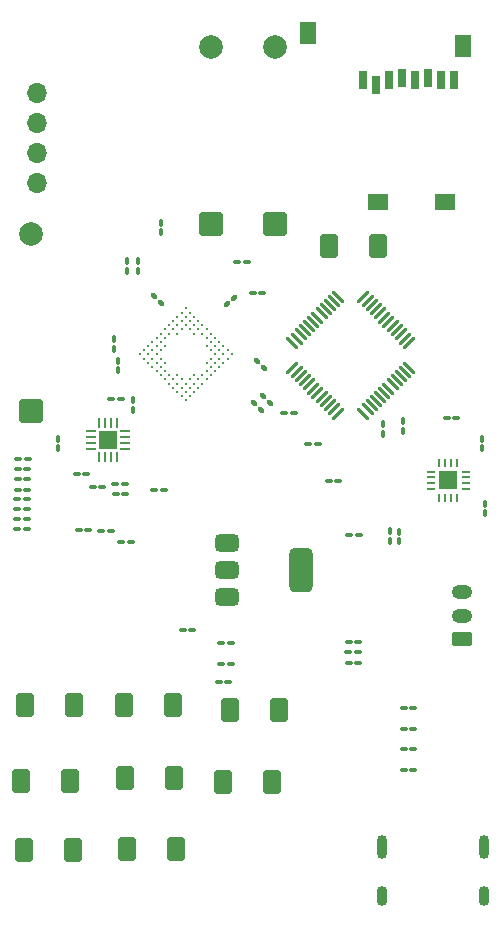
<source format=gbr>
%TF.GenerationSoftware,KiCad,Pcbnew,9.0.6*%
%TF.CreationDate,2025-12-23T23:32:32-06:00*%
%TF.ProjectId,Tony's MP3 Player,546f6e79-2773-4204-9d50-3320506c6179,rev?*%
%TF.SameCoordinates,Original*%
%TF.FileFunction,Soldermask,Top*%
%TF.FilePolarity,Negative*%
%FSLAX46Y46*%
G04 Gerber Fmt 4.6, Leading zero omitted, Abs format (unit mm)*
G04 Created by KiCad (PCBNEW 9.0.6) date 2025-12-23 23:32:32*
%MOMM*%
%LPD*%
G01*
G04 APERTURE LIST*
G04 Aperture macros list*
%AMRoundRect*
0 Rectangle with rounded corners*
0 $1 Rounding radius*
0 $2 $3 $4 $5 $6 $7 $8 $9 X,Y pos of 4 corners*
0 Add a 4 corners polygon primitive as box body*
4,1,4,$2,$3,$4,$5,$6,$7,$8,$9,$2,$3,0*
0 Add four circle primitives for the rounded corners*
1,1,$1+$1,$2,$3*
1,1,$1+$1,$4,$5*
1,1,$1+$1,$6,$7*
1,1,$1+$1,$8,$9*
0 Add four rect primitives between the rounded corners*
20,1,$1+$1,$2,$3,$4,$5,0*
20,1,$1+$1,$4,$5,$6,$7,0*
20,1,$1+$1,$6,$7,$8,$9,0*
20,1,$1+$1,$8,$9,$2,$3,0*%
%AMHorizOval*
0 Thick line with rounded ends*
0 $1 width*
0 $2 $3 position (X,Y) of the first rounded end (center of the circle)*
0 $4 $5 position (X,Y) of the second rounded end (center of the circle)*
0 Add line between two ends*
20,1,$1,$2,$3,$4,$5,0*
0 Add two circle primitives to create the rounded ends*
1,1,$1,$2,$3*
1,1,$1,$4,$5*%
G04 Aperture macros list end*
%ADD10RoundRect,0.100000X0.100000X-0.217500X0.100000X0.217500X-0.100000X0.217500X-0.100000X-0.217500X0*%
%ADD11RoundRect,0.100000X-0.217500X-0.100000X0.217500X-0.100000X0.217500X0.100000X-0.217500X0.100000X0*%
%ADD12RoundRect,0.250000X0.750000X-0.750000X0.750000X0.750000X-0.750000X0.750000X-0.750000X-0.750000X0*%
%ADD13C,2.000000*%
%ADD14RoundRect,0.100000X-0.100000X0.217500X-0.100000X-0.217500X0.100000X-0.217500X0.100000X0.217500X0*%
%ADD15RoundRect,0.375000X-0.625000X-0.375000X0.625000X-0.375000X0.625000X0.375000X-0.625000X0.375000X0*%
%ADD16RoundRect,0.500000X-0.500000X-1.400000X0.500000X-1.400000X0.500000X1.400000X-0.500000X1.400000X0*%
%ADD17RoundRect,0.287778X-0.489222X-0.714222X0.489222X-0.714222X0.489222X0.714222X-0.489222X0.714222X0*%
%ADD18RoundRect,0.100000X0.217500X0.100000X-0.217500X0.100000X-0.217500X-0.100000X0.217500X-0.100000X0*%
%ADD19RoundRect,0.100000X-0.224506X0.083085X0.083085X-0.224506X0.224506X-0.083085X-0.083085X0.224506X0*%
%ADD20RoundRect,0.100000X0.224506X-0.083085X-0.083085X0.224506X-0.224506X0.083085X0.083085X-0.224506X0*%
%ADD21HorizOval,0.270000X-0.434871X0.434871X0.434871X-0.434871X0*%
%ADD22HorizOval,0.270000X0.434871X0.434871X-0.434871X-0.434871X0*%
%ADD23R,0.280000X0.800000*%
%ADD24R,0.800000X0.280000*%
%ADD25R,1.600000X1.600000*%
%ADD26O,1.701600X1.701600*%
%ADD27R,0.800000X1.500000*%
%ADD28R,1.400000X1.900000*%
%ADD29R,1.800000X1.400000*%
%ADD30C,0.280000*%
%ADD31RoundRect,0.100000X-0.083085X-0.224506X0.224506X0.083085X0.083085X0.224506X-0.224506X-0.083085X0*%
%ADD32RoundRect,0.062500X-0.375000X-0.062500X0.375000X-0.062500X0.375000X0.062500X-0.375000X0.062500X0*%
%ADD33RoundRect,0.062500X-0.062500X-0.375000X0.062500X-0.375000X0.062500X0.375000X-0.062500X0.375000X0*%
%ADD34RoundRect,0.250000X0.625000X-0.350000X0.625000X0.350000X-0.625000X0.350000X-0.625000X-0.350000X0*%
%ADD35O,1.750000X1.200000*%
%ADD36O,0.900000X1.700000*%
%ADD37O,0.900000X2.000000*%
G04 APERTURE END LIST*
D10*
%TO.C,C18*%
X160430000Y-83550000D03*
X160430000Y-82735000D03*
%TD*%
%TO.C,1.13k1*%
X137950000Y-70025000D03*
X137950000Y-69210000D03*
%TD*%
D11*
%TO.C,C13*%
X127782500Y-86790000D03*
X128597500Y-86790000D03*
%TD*%
D10*
%TO.C,R19*%
X160080000Y-92927500D03*
X160080000Y-92112500D03*
%TD*%
D11*
%TO.C,C14*%
X127770000Y-87640000D03*
X128585000Y-87640000D03*
%TD*%
D12*
%TO.C,C7*%
X128932500Y-81890000D03*
D13*
X128932500Y-66890000D03*
%TD*%
D14*
%TO.C,R17*%
X167300000Y-89752500D03*
X167300000Y-90567500D03*
%TD*%
D12*
%TO.C,C15*%
X144142500Y-66100000D03*
D13*
X144142500Y-51100000D03*
%TD*%
D11*
%TO.C,C33*%
X146375000Y-69310000D03*
X147190000Y-69310000D03*
%TD*%
D10*
%TO.C,1.18k1*%
X137030000Y-70040000D03*
X137030000Y-69225000D03*
%TD*%
D14*
%TO.C,C35*%
X159270000Y-92082500D03*
X159270000Y-92897500D03*
%TD*%
D11*
%TO.C,C10*%
X127735000Y-91050000D03*
X128550000Y-91050000D03*
%TD*%
%TO.C,C5*%
X152350000Y-84700000D03*
X153165000Y-84700000D03*
%TD*%
D10*
%TO.C,C17*%
X167040000Y-85067500D03*
X167040000Y-84252500D03*
%TD*%
D11*
%TO.C,BLUE1*%
X134112500Y-88320000D03*
X134927500Y-88320000D03*
%TD*%
D15*
%TO.C,U6*%
X145480000Y-93060000D03*
X145480000Y-95360000D03*
D16*
X151780000Y-95360000D03*
D15*
X145480000Y-97660000D03*
%TD*%
D17*
%TO.C,S7*%
X137005000Y-118940000D03*
X141155000Y-118940000D03*
%TD*%
D14*
%TO.C,R10*%
X131200000Y-84252500D03*
X131200000Y-85067500D03*
%TD*%
D18*
%TO.C,R9*%
X133750000Y-92010000D03*
X132935000Y-92010000D03*
%TD*%
D11*
%TO.C,C22*%
X155807883Y-103195000D03*
X156622883Y-103195000D03*
%TD*%
%TO.C,R12*%
X160452500Y-108790000D03*
X161267500Y-108790000D03*
%TD*%
%TO.C,C4*%
X150350000Y-82090000D03*
X151165000Y-82090000D03*
%TD*%
%TO.C,1.5k2*%
X136545000Y-92960000D03*
X137360000Y-92960000D03*
%TD*%
%TO.C,R11*%
X160452500Y-107040000D03*
X161267500Y-107040000D03*
%TD*%
%TO.C,C23*%
X127760000Y-88550000D03*
X128575000Y-88550000D03*
%TD*%
D19*
%TO.C,C20*%
X147803708Y-81253708D03*
X148380000Y-81830000D03*
%TD*%
D11*
%TO.C,C11*%
X127722500Y-91880000D03*
X128537500Y-91880000D03*
%TD*%
D20*
%TO.C,100K2*%
X148590000Y-78230000D03*
X148013708Y-77653708D03*
%TD*%
D11*
%TO.C,C9*%
X145005000Y-103310000D03*
X145820000Y-103310000D03*
%TD*%
D18*
%TO.C,R8*%
X135667500Y-92040000D03*
X134852500Y-92040000D03*
%TD*%
D10*
%TO.C,R1*%
X158660000Y-83827500D03*
X158660000Y-83012500D03*
%TD*%
D18*
%TO.C,C2*%
X154925000Y-87780000D03*
X154110000Y-87780000D03*
%TD*%
D11*
%TO.C,C3*%
X164100000Y-82480000D03*
X164915000Y-82480000D03*
%TD*%
D21*
%TO.C,U3*%
X157040660Y-82119747D03*
X157394214Y-81766194D03*
X157747767Y-81412641D03*
X158101320Y-81059087D03*
X158454874Y-80705534D03*
X158808427Y-80351981D03*
X159161981Y-79998427D03*
X159515534Y-79644874D03*
X159869087Y-79291320D03*
X160222641Y-78937767D03*
X160576194Y-78584214D03*
X160929747Y-78230660D03*
D22*
X160929747Y-76109340D03*
X160576194Y-75755786D03*
X160222641Y-75402233D03*
X159869087Y-75048680D03*
X159515534Y-74695126D03*
X159161981Y-74341573D03*
X158808427Y-73988019D03*
X158454874Y-73634466D03*
X158101320Y-73280913D03*
X157747767Y-72927359D03*
X157394214Y-72573806D03*
X157040660Y-72220253D03*
D21*
X154919340Y-72220253D03*
X154565786Y-72573806D03*
X154212233Y-72927359D03*
X153858680Y-73280913D03*
X153505126Y-73634466D03*
X153151573Y-73988019D03*
X152798019Y-74341573D03*
X152444466Y-74695126D03*
X152090913Y-75048680D03*
X151737359Y-75402233D03*
X151383806Y-75755786D03*
X151030253Y-76109340D03*
D22*
X151030253Y-78230660D03*
X151383806Y-78584214D03*
X151737359Y-78937767D03*
X152090913Y-79291320D03*
X152444466Y-79644874D03*
X152798019Y-79998427D03*
X153151573Y-80351981D03*
X153505126Y-80705534D03*
X153858680Y-81059087D03*
X154212233Y-81412641D03*
X154565786Y-81766194D03*
X154919340Y-82119747D03*
%TD*%
D11*
%TO.C,R14*%
X160452500Y-112290000D03*
X161267500Y-112290000D03*
%TD*%
%TO.C,100k1*%
X136012500Y-88050000D03*
X136827500Y-88050000D03*
%TD*%
D17*
%TO.C,S8*%
X128060000Y-113230000D03*
X132210000Y-113230000D03*
%TD*%
D18*
%TO.C,C32*%
X128525000Y-90200000D03*
X127710000Y-90200000D03*
%TD*%
D11*
%TO.C,1M1*%
X155753500Y-102320117D03*
X156568500Y-102320117D03*
%TD*%
D17*
%TO.C,S2*%
X145115000Y-113310000D03*
X149265000Y-113310000D03*
%TD*%
D23*
%TO.C,U2*%
X164979000Y-86270000D03*
X164479000Y-86270000D03*
X163981000Y-86270000D03*
X163480500Y-86270000D03*
D24*
X162730000Y-87021000D03*
X162730000Y-87521000D03*
X162730000Y-88019000D03*
X162730000Y-88519500D03*
D23*
X163480500Y-89270000D03*
X163981000Y-89270000D03*
X164479000Y-89270000D03*
X164979000Y-89270000D03*
D24*
X165730000Y-88519500D03*
X165730000Y-88019000D03*
X165730000Y-87521000D03*
X165730000Y-87021000D03*
D25*
X164230000Y-87770000D03*
%TD*%
D10*
%TO.C,C1*%
X139930000Y-66770000D03*
X139930000Y-65955000D03*
%TD*%
D26*
%TO.C,OLED1*%
X129430050Y-62580000D03*
X129430050Y-60040000D03*
X129430050Y-57500000D03*
X129430050Y-54960000D03*
%TD*%
D11*
%TO.C,R16*%
X141755000Y-100440000D03*
X142570000Y-100440000D03*
%TD*%
D10*
%TO.C,R7*%
X136240000Y-78450000D03*
X136240000Y-77635000D03*
%TD*%
D27*
%TO.C,U4*%
X157010000Y-53860000D03*
X158110000Y-54260000D03*
X159210000Y-53860000D03*
X160310000Y-53660000D03*
X161410000Y-53860000D03*
X162510000Y-53660000D03*
X163610000Y-53860000D03*
X164710000Y-53860000D03*
D28*
X165510000Y-51010000D03*
D29*
X158260000Y-64220000D03*
D28*
X152310000Y-49900000D03*
D29*
X163960000Y-64220000D03*
%TD*%
D17*
%TO.C,S6*%
X136785000Y-106810000D03*
X140935000Y-106810000D03*
%TD*%
D30*
%TO.C,U1*%
X142002893Y-80991320D03*
X141649340Y-80637767D03*
X141295786Y-80284214D03*
X140942233Y-79930660D03*
X140588679Y-79577107D03*
X140235126Y-79223553D03*
X139881573Y-78870000D03*
X139528019Y-78516447D03*
X139174466Y-78162893D03*
X138820912Y-77809340D03*
X138467359Y-77455786D03*
X138113806Y-77102233D03*
X142356446Y-80637767D03*
X142002893Y-80284214D03*
X141649340Y-79930660D03*
X141295786Y-79577107D03*
X140942233Y-79223553D03*
X140588679Y-78870000D03*
X140235126Y-78516447D03*
X139881573Y-78162893D03*
X139528019Y-77809340D03*
X139174466Y-77455786D03*
X138820912Y-77102233D03*
X138467359Y-76748680D03*
X142710000Y-80284214D03*
X142356446Y-79930660D03*
X142002893Y-79577107D03*
X141649340Y-79223553D03*
X141295786Y-78870000D03*
X140235126Y-77809340D03*
X139881573Y-77455786D03*
X139528019Y-77102233D03*
X139174466Y-76748680D03*
X138820912Y-76395126D03*
X143063553Y-79930660D03*
X142710000Y-79577107D03*
X142356446Y-79223553D03*
X139881573Y-76748680D03*
X139528019Y-76395126D03*
X139174466Y-76041573D03*
X143417107Y-79577107D03*
X143063553Y-79223553D03*
X142710000Y-78870000D03*
X140235126Y-76395126D03*
X139881573Y-76041573D03*
X139528019Y-75688019D03*
X143770660Y-79223553D03*
X143417107Y-78870000D03*
X140235126Y-75688019D03*
X139881573Y-75334466D03*
X144124213Y-78870000D03*
X143770660Y-78516447D03*
X140588679Y-75334466D03*
X140235126Y-74980913D03*
X144477767Y-78516447D03*
X144124213Y-78162893D03*
X143770660Y-77809340D03*
X141295786Y-75334466D03*
X140942233Y-74980913D03*
X140588679Y-74627359D03*
X144831320Y-78162893D03*
X144477767Y-77809340D03*
X144124213Y-77455786D03*
X141649340Y-74980913D03*
X141295786Y-74627359D03*
X140942233Y-74273806D03*
X145184874Y-77809340D03*
X144831320Y-77455786D03*
X144477767Y-77102233D03*
X144124213Y-76748680D03*
X143770660Y-76395126D03*
X142710000Y-75334466D03*
X142356446Y-74980913D03*
X142002893Y-74627359D03*
X141649340Y-74273806D03*
X141295786Y-73920252D03*
X145538427Y-77455786D03*
X145184874Y-77102233D03*
X144831320Y-76748680D03*
X144477767Y-76395126D03*
X144124213Y-76041573D03*
X143770660Y-75688019D03*
X143417107Y-75334466D03*
X143063553Y-74980913D03*
X142710000Y-74627359D03*
X142356446Y-74273806D03*
X142002893Y-73920252D03*
X141649340Y-73566699D03*
X145891980Y-77102233D03*
X145538427Y-76748680D03*
X145184874Y-76395126D03*
X144831320Y-76041573D03*
X144477767Y-75688019D03*
X144124213Y-75334466D03*
X143770660Y-74980913D03*
X143417107Y-74627359D03*
X143063553Y-74273806D03*
X142710000Y-73920252D03*
X142356446Y-73566699D03*
X142002893Y-73213146D03*
%TD*%
D31*
%TO.C,R20*%
X145517678Y-72872322D03*
X146093970Y-72296030D03*
%TD*%
D17*
%TO.C,S9*%
X154165000Y-67920000D03*
X158315000Y-67920000D03*
%TD*%
D19*
%TO.C,C6*%
X148550000Y-80660000D03*
X149126292Y-81236292D03*
%TD*%
D10*
%TO.C,C27*%
X137570000Y-81787500D03*
X137570000Y-80972500D03*
%TD*%
D32*
%TO.C,U5*%
X133992500Y-83590000D03*
X133992500Y-84090000D03*
X133992500Y-84590000D03*
X133992500Y-85090000D03*
D33*
X134680000Y-85777500D03*
X135180000Y-85777500D03*
X135680000Y-85777500D03*
X136180000Y-85777500D03*
D32*
X136867500Y-85090000D03*
X136867500Y-84590000D03*
X136867500Y-84090000D03*
X136867500Y-83590000D03*
D33*
X136180000Y-82902500D03*
X135680000Y-82902500D03*
X135180000Y-82902500D03*
X134680000Y-82902500D03*
D25*
X135430000Y-84340000D03*
%TD*%
D17*
%TO.C,S3*%
X128415000Y-106810000D03*
X132565000Y-106810000D03*
%TD*%
D11*
%TO.C,C12*%
X127750000Y-89370000D03*
X128565000Y-89370000D03*
%TD*%
D14*
%TO.C,C34*%
X135900000Y-75790000D03*
X135900000Y-76605000D03*
%TD*%
D11*
%TO.C,C28*%
X132772500Y-87200000D03*
X133587500Y-87200000D03*
%TD*%
D17*
%TO.C,S1*%
X145755000Y-107230000D03*
X149905000Y-107230000D03*
%TD*%
D11*
%TO.C,C21*%
X155807883Y-101445000D03*
X156622883Y-101445000D03*
%TD*%
%TO.C,R13*%
X160452500Y-110540000D03*
X161267500Y-110540000D03*
%TD*%
D18*
%TO.C,C36*%
X148497500Y-71930000D03*
X147682500Y-71930000D03*
%TD*%
%TO.C,1.5k1*%
X136867500Y-88940000D03*
X136052500Y-88940000D03*
%TD*%
D11*
%TO.C,R18*%
X155860000Y-92400000D03*
X156675000Y-92400000D03*
%TD*%
%TO.C,D1*%
X139342500Y-88610000D03*
X140157500Y-88610000D03*
%TD*%
%TO.C,C8*%
X145005000Y-101560000D03*
X145820000Y-101560000D03*
%TD*%
D17*
%TO.C,S5*%
X136825000Y-112940000D03*
X140975000Y-112940000D03*
%TD*%
%TO.C,S4*%
X128330000Y-119080000D03*
X132480000Y-119080000D03*
%TD*%
D11*
%TO.C,R5*%
X135695000Y-80880000D03*
X136510000Y-80880000D03*
%TD*%
D19*
%TO.C,R21*%
X139331854Y-72151854D03*
X139908146Y-72728146D03*
%TD*%
D11*
%TO.C,C19*%
X144775000Y-104880000D03*
X145590000Y-104880000D03*
%TD*%
D12*
%TO.C,C16*%
X149565000Y-66070000D03*
D13*
X149565000Y-51070000D03*
%TD*%
D11*
%TO.C,C24*%
X127800000Y-85960000D03*
X128615000Y-85960000D03*
%TD*%
D34*
%TO.C,J4*%
X165420000Y-101240000D03*
D35*
X165420000Y-99240000D03*
X165420000Y-97240000D03*
%TD*%
D36*
%TO.C,J1*%
X167220000Y-122945000D03*
D37*
X167220000Y-118775000D03*
D36*
X158580000Y-122945000D03*
D37*
X158580000Y-118775000D03*
%TD*%
M02*

</source>
